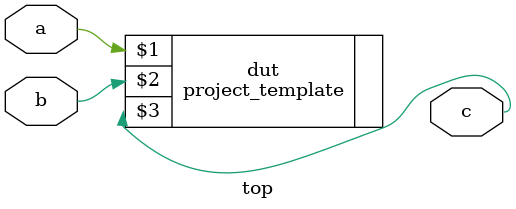
<source format=v>
module top(a,b,c);
    input a,b;
    output c;
    project_template dut(a,b,c);
    initial 
        begin
            $dumpfile("top.vcd");
            $dumpvars(0,top);
        end
endmodule
</source>
